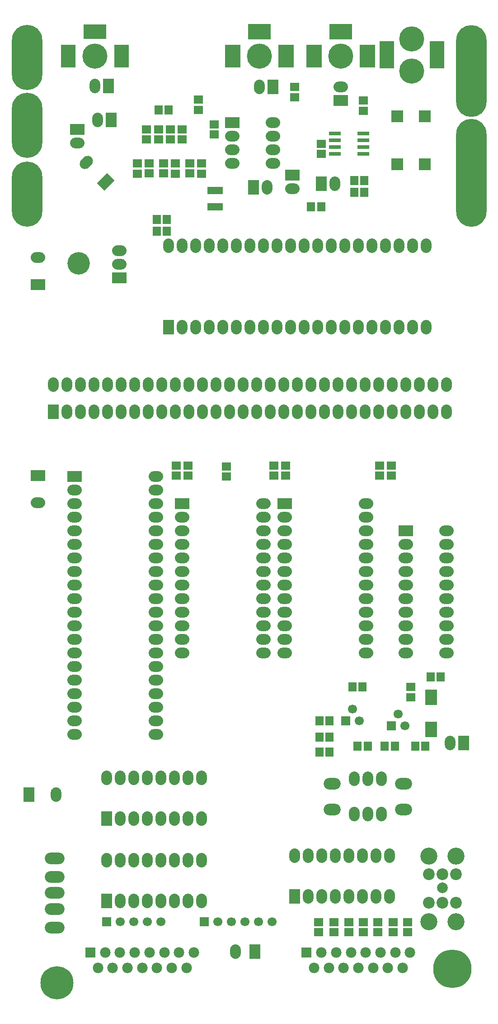
<source format=gts>
G04 DipTrace 3.3.1.3*
G04 top_mask_dendy_junior_MG-02_rev_2.2.gts*
%MOMM*%
G04 #@! TF.FileFunction,Soldermask,Top*
G04 #@! TF.Part,Single*
%AMOUTLINE1*
4,1,16,
0.96258,-0.45164,
1.19378,-0.08364,
1.24373,0.35975,
1.09638,0.78087,
0.78087,1.09638,
0.35975,1.24373,
-0.08364,1.19378,
-0.45164,0.96258,
-0.96258,0.45164,
-1.19378,0.08364,
-1.24373,-0.35975,
-1.09638,-0.78087,
-0.78087,-1.09638,
-0.35975,-1.24373,
0.08364,-1.19378,
0.45164,-0.96258,
0.96258,-0.45164,
0*%
%AMOUTLINE4*
4,1,4,
-0.2475,-1.66169,
-1.66169,-0.2475,
0.2475,1.66169,
1.66169,0.2475,
-0.2475,-1.66169,
0*%
%AMOUTLINE7*
4,1,4,
1.0,-1.35,
-1.0,-1.35,
-1.0,1.35,
1.0,1.35,
1.0,-1.35,
0*%
%AMOUTLINE10*
4,1,16,
1.0,0.36127,
0.90328,0.78501,
0.62509,1.13383,
0.22309,1.32743,
-0.22309,1.32743,
-0.62509,1.13383,
-0.90328,0.78501,
-1.0,0.36127,
-1.0,-0.36127,
-0.90328,-0.78501,
-0.62509,-1.13383,
-0.22309,-1.32743,
0.22309,-1.32743,
0.62509,-1.13383,
0.90328,-0.78501,
1.0,-0.36127,
1.0,0.36127,
0*%
%AMOUTLINE13*
4,1,4,
2.1,-1.4,
-2.1,-1.4,
-2.1,1.4,
2.1,1.4,
2.1,-1.4,
0*%
%AMOUTLINE16*
4,1,4,
1.4,2.1,
1.4,-2.1,
-1.4,-2.1,
-1.4,2.1,
1.4,2.1,
0*%
%ADD19C,2.0*%
%ADD58C,0.9*%
%ADD64R,2.2X2.2*%
%ADD66R,2.2X0.8*%
%ADD68C,3.2*%
%ADD70C,2.2*%
%ADD72O,3.2X2.2*%
%ADD74O,3.7X2.2*%
%ADD76O,5.7X20.2*%
%ADD78C,4.2*%
%ADD80O,5.7X17.2*%
%ADD82C,7.2*%
%ADD84O,5.7X12.2*%
%ADD86C,6.2*%
%ADD88R,2.7X5.2*%
%ADD90C,4.7*%
%ADD92R,2.8X4.2*%
%ADD94R,4.2X2.8*%
%ADD96R,2.9X1.35*%
%ADD98C,1.7*%
%ADD100R,1.7X1.7*%
%ADD102C,1.978*%
%ADD104R,1.978X1.978*%
%ADD106R,1.7X1.5*%
%ADD108O,2.7X2.0*%
%ADD110R,2.7X2.0*%
%ADD112O,2.0X2.7*%
%ADD114R,2.0X2.7*%
%ADD116R,2.2X2.95*%
%ADD118R,1.5X1.7*%
%ADD132OUTLINE1*%
%ADD135OUTLINE4*%
%ADD138OUTLINE7*%
%ADD141OUTLINE10*%
%ADD144OUTLINE13*%
%ADD147OUTLINE16*%
%FSLAX35Y35*%
G04*
G71*
G90*
G75*
G01*
G04 TopMask*
%LPD*%
D58*
X9367003Y2158997D3*
Y1619190D3*
X9636907Y1889093D3*
X9097100D3*
X9541647Y1682697D3*
X9573400Y2079613D3*
X9176483Y1682697D3*
Y2095490D3*
X1952600Y1857340D3*
Y1381040D3*
X2190750Y1619190D3*
X1730327D3*
X2111367Y1444547D3*
Y1777957D3*
X1793833Y1460423D3*
Y1777957D3*
D118*
X8668430Y6048797D3*
X8858430D3*
D116*
X8970087Y6969627D3*
Y6366267D3*
D118*
X8286870Y6048797D3*
X8096870D3*
X8954210Y7350667D3*
X9144210D3*
X7779337Y6048780D3*
X7589337D3*
X7064627Y6223700D3*
X6874627D3*
D114*
X2921077Y18400827D3*
D112*
X2667073D3*
D114*
X6001150Y18384950D3*
D112*
X5747147D3*
D110*
X2333640Y17591117D3*
D108*
Y17337113D3*
D114*
X2968707Y17765760D3*
D112*
X2714703D3*
D106*
X4905660Y17686377D3*
Y17496377D3*
D110*
X6366313Y16733777D3*
D108*
Y16479773D3*
D114*
X9573403Y6112287D3*
D112*
X9319400D3*
D108*
X1603340Y10605410D3*
D110*
Y11113410D3*
D132*
X2508283Y16971927D3*
D135*
X2867493Y16612713D3*
D138*
X5636073Y16511497D3*
D141*
X5890077D3*
D106*
X4191210Y11113437D3*
Y11303437D3*
D118*
X4016567Y15685917D3*
X3826567D3*
D106*
X6017027Y11113437D3*
Y11303437D3*
X8001610Y11113437D3*
Y11303437D3*
D114*
X6906117Y16575010D3*
D112*
X7160120D3*
D106*
X6906120Y17130693D3*
Y17320693D3*
D110*
X7271293Y18130933D3*
D108*
Y18384937D3*
X1603313Y15193740D3*
D110*
Y14685740D3*
D112*
X1936723Y5143810D3*
D114*
X1428723D3*
D106*
X8223883Y11113437D3*
Y11303437D3*
X6239300Y11113437D3*
Y11303437D3*
X4413483Y11113437D3*
Y11303437D3*
D118*
X4016567Y15908190D3*
X3826567D3*
D114*
X1889137Y12304173D3*
D112*
X2143137D3*
X2397093Y12304187D3*
X2651093D3*
X2905097D3*
X3159093D3*
X3413093D3*
X3667097D3*
X3921093D3*
X4175093D3*
X4429097D3*
X4683093D3*
X4937093D3*
X5191097D3*
X5445097D3*
X5699093D3*
X5953097D3*
X6207097D3*
X6461093D3*
X6715097D3*
X6969097D3*
X7223093D3*
X7477097D3*
X7731097D3*
X7985093D3*
X8239093D3*
X8493097D3*
X8747093D3*
X9001093D3*
X9255097D3*
Y12812187D3*
X9001093D3*
X8747093D3*
X8493097D3*
X8239093D3*
X7985093D3*
X7731097D3*
X7477097D3*
X7223093D3*
X6969097D3*
X6715097D3*
X6461093D3*
X6207097D3*
X5953097D3*
X5699093D3*
X5445097D3*
X5191097D3*
X4937093D3*
X4683093D3*
X4429097D3*
X4175093D3*
X3921093D3*
X3667097D3*
X3413093D3*
X3159093D3*
X2905097D3*
X2651093D3*
X2397093D3*
X2143097D3*
X1889093D3*
X7525310Y5445467D3*
X7779310D3*
X8033310D3*
X7525310Y4778647D3*
X7779310D3*
X8033310D3*
D104*
X2583430Y2189403D3*
D102*
X2860330D3*
X3137130D3*
X3414030D3*
X3690833D3*
X3967733D3*
X4244633D3*
X4521430D3*
X2723130Y1905003D3*
X2999930D3*
X3276830D3*
X3553627D3*
X3830527D3*
X4107427D3*
X4384230D3*
D104*
X6633590Y2189403D3*
D102*
X6910490D3*
X7187290D3*
X7464190D3*
X7740993D3*
X8017893D3*
X8294793D3*
X8571590D3*
X6773290Y1905003D3*
X7050090D3*
X7326990D3*
X7603787D3*
X7880687D3*
X8157587D3*
X8434390D3*
D100*
X2889323Y2762310D3*
D98*
X3143323D3*
X3397323D3*
X3651323D3*
X3905323D3*
D100*
X4715140D3*
D98*
X4969140D3*
X5223140D3*
X5477140D3*
X5731140D3*
X5985140D3*
D96*
X4921537Y16146340D3*
Y16446340D3*
D94*
X2667050Y19416933D3*
D92*
X2167050Y18966933D3*
X3167050D3*
D90*
X2667050D3*
D144*
X5747123Y19416933D3*
D147*
X5247123Y18966933D3*
X6247123D3*
D90*
X5747123D3*
D144*
X7271283Y19416933D3*
D147*
X6771283Y18966933D3*
X7771283D3*
D90*
X7271283D3*
X8604923Y18686607D3*
Y19286607D3*
D88*
X9073503Y18986423D3*
X8134923Y18986607D3*
D114*
X5667740Y2206627D3*
D86*
X1952600Y1619190D3*
D112*
X5302577Y2206627D3*
D84*
X1396917Y18940633D3*
D82*
X9367003Y1889093D3*
D84*
X1396917Y17670500D3*
Y16384490D3*
D80*
X9718007Y18686253D3*
D78*
X2365393Y15082603D3*
D76*
X9716290Y16781407D3*
D74*
X1917497Y3953060D3*
Y3602760D3*
Y3304960D3*
Y3003960D3*
Y2654860D3*
D100*
X8223883Y6429820D3*
D98*
X8350883Y6652020D3*
X8477883Y6429820D3*
D100*
X7366543Y6525080D3*
D98*
X7493543Y6747280D3*
X7620543Y6525080D3*
D72*
X7112517Y5350207D3*
Y4867607D3*
X8446157Y5350207D3*
Y4867607D3*
D118*
X7493557Y7160147D3*
X7683557D3*
D106*
X8589047Y6969627D3*
Y7159627D3*
D118*
X7064627Y6524837D3*
X6874627D3*
Y5937920D3*
X7064627D3*
D106*
X4175593Y16955790D3*
Y16765790D3*
X3683157Y16956050D3*
Y16766050D3*
X4667770Y16955790D3*
Y16765790D3*
X3953060Y16956050D3*
Y16766050D3*
X3461143Y16955790D3*
Y16765790D3*
X4445497Y16956310D3*
Y16766310D3*
X4604003Y17956280D3*
Y18146280D3*
D118*
X3857800Y17956280D3*
X4047800D3*
D106*
X4080073Y17591117D3*
Y17401117D3*
X4302347Y17591117D3*
Y17401117D3*
X3857800Y17591117D3*
Y17401117D3*
X3635527Y17591117D3*
Y17401117D3*
X6858490Y2571790D3*
Y2761790D3*
X8525540Y2571790D3*
Y2761790D3*
X8255637Y2571790D3*
Y2761790D3*
X7969857Y2571790D3*
Y2761790D3*
X7699953Y2571790D3*
Y2761790D3*
X7430050Y2571790D3*
Y2761790D3*
X7144270Y2571790D3*
Y2761790D3*
X6413943Y18384950D3*
Y18194950D3*
X5127933Y11288080D3*
Y11098080D3*
D118*
X7715310Y16416243D3*
X7525310D3*
X6715600Y16146340D3*
X6905600D3*
X7715830Y16638517D3*
X7525830D3*
D106*
X7699953Y18130923D3*
Y17940923D3*
D70*
X8922457Y3659313D3*
X9176457D3*
X9430457D3*
X8922457Y3124913D3*
X9176457D3*
X9430457D3*
D68*
X8922457Y2770213D3*
Y3992613D3*
X9430457D3*
Y2770213D3*
D19*
X9176457Y3397313D3*
D110*
X2286010Y11097560D3*
D108*
Y10843560D3*
Y10589560D3*
Y10335560D3*
Y10081560D3*
Y9827560D3*
Y9573560D3*
Y9319560D3*
Y9065560D3*
Y8811560D3*
Y8557560D3*
Y8303560D3*
Y8049560D3*
Y7795560D3*
Y7541560D3*
Y7287560D3*
Y7033563D3*
Y6779560D3*
Y6525560D3*
Y6271563D3*
X3810010D3*
Y6525560D3*
Y6779560D3*
Y7033563D3*
Y7287560D3*
Y7541560D3*
Y7795560D3*
Y8049560D3*
Y8303560D3*
Y8557560D3*
Y8811560D3*
Y9065560D3*
Y9319560D3*
Y9573560D3*
Y9827560D3*
Y10081560D3*
Y10335560D3*
Y10589560D3*
Y10843560D3*
Y11097560D3*
D114*
X4048320Y13891853D3*
D112*
X4302320D3*
X4556320D3*
X4810320D3*
X5064320D3*
X5318320D3*
X5572320D3*
X5826320D3*
X6080320D3*
X6334320D3*
X6588320D3*
X6842320D3*
X7096320D3*
X7350320D3*
X7604320D3*
X7858320D3*
X8112317D3*
X8366320D3*
X8620320D3*
X8874317D3*
Y15415853D3*
X8620320D3*
X8366320D3*
X8112317D3*
X7858320D3*
X7604320D3*
X7350320D3*
X7096320D3*
X6842320D3*
X6588320D3*
X6334320D3*
X6080320D3*
X5826320D3*
X5572320D3*
X5318320D3*
X5064320D3*
X4810320D3*
X4556320D3*
X4302320D3*
X4048320D3*
D114*
X2889377Y4699397D3*
D112*
X3143377D3*
X3397377D3*
X3651377D3*
X3905377D3*
X4159377D3*
X4413377D3*
X4667377D3*
Y5461397D3*
X4413377D3*
X4159377D3*
X3905377D3*
X3651377D3*
X3397377D3*
X3143377D3*
X2889377D3*
D110*
X8493787Y10081453D3*
D108*
Y9827453D3*
Y9573453D3*
Y9319453D3*
Y9065450D3*
Y8811450D3*
Y8557453D3*
Y8303450D3*
Y8049450D3*
Y7795453D3*
X9255787Y10081450D3*
Y9827450D3*
Y9573450D3*
Y9319453D3*
Y9065450D3*
Y8811450D3*
Y8557453D3*
Y8303450D3*
Y8049450D3*
Y7795453D3*
D114*
X2889377Y3159360D3*
D112*
X3143377D3*
X3397377D3*
X3651377D3*
X3905377D3*
X4159377D3*
X4413377D3*
X4667377D3*
Y3921360D3*
X4413377D3*
X4159377D3*
X3905377D3*
X3651377D3*
X3397377D3*
X3143377D3*
X2889377D3*
D114*
X6413943Y3238610D3*
D112*
X6667943D3*
X6921943D3*
X7175943D3*
X7429943D3*
X7683943D3*
X7937943D3*
X8191943D3*
Y4000610D3*
X7937943D3*
X7683943D3*
X7429943D3*
X7175943D3*
X6921943D3*
X6667943D3*
X6413943D3*
D110*
X3127473Y14812700D3*
D108*
Y15066700D3*
Y15320700D3*
D110*
X5239070Y17718130D3*
D108*
Y17464130D3*
Y17210130D3*
Y16956130D3*
X6001070D3*
Y17210130D3*
Y17464130D3*
Y17718130D3*
D66*
X7160147Y17511733D3*
Y17384733D3*
Y17257733D3*
Y17130733D3*
X7700147D3*
Y17257733D3*
Y17384733D3*
Y17511733D3*
D110*
X4302347Y10589507D3*
D108*
Y10335507D3*
Y10081507D3*
Y9827507D3*
Y9573507D3*
Y9319507D3*
Y9065507D3*
Y8811507D3*
Y8557507D3*
Y8303507D3*
Y8049507D3*
Y7795507D3*
X5826347D3*
Y8049507D3*
Y8303507D3*
Y8557507D3*
Y8811507D3*
Y9065507D3*
Y9319507D3*
Y9573507D3*
Y9827507D3*
Y10081507D3*
Y10335507D3*
Y10589507D3*
D110*
X6223423D3*
D108*
Y10335507D3*
Y10081507D3*
Y9827507D3*
Y9573507D3*
Y9319507D3*
Y9065507D3*
Y8811507D3*
Y8557507D3*
Y8303507D3*
Y8049507D3*
Y7795507D3*
X7747423D3*
Y8049507D3*
Y8303507D3*
Y8557507D3*
Y8811507D3*
Y9065507D3*
Y9319507D3*
Y9573507D3*
Y9827507D3*
Y10081507D3*
Y10335507D3*
Y10589507D3*
D64*
X8335020Y16940173D3*
X8845020D3*
Y17840173D3*
X8335020D3*
M02*

</source>
